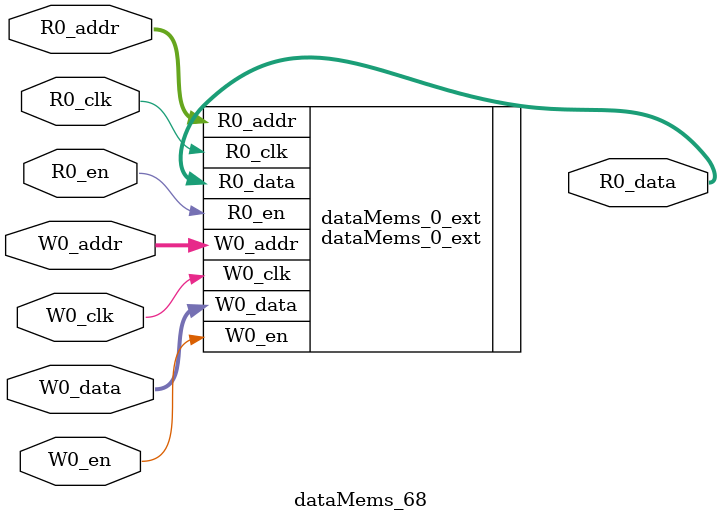
<source format=sv>
`ifndef RANDOMIZE
  `ifdef RANDOMIZE_REG_INIT
    `define RANDOMIZE
  `endif // RANDOMIZE_REG_INIT
`endif // not def RANDOMIZE
`ifndef RANDOMIZE
  `ifdef RANDOMIZE_MEM_INIT
    `define RANDOMIZE
  `endif // RANDOMIZE_MEM_INIT
`endif // not def RANDOMIZE

`ifndef RANDOM
  `define RANDOM $random
`endif // not def RANDOM

// Users can define 'PRINTF_COND' to add an extra gate to prints.
`ifndef PRINTF_COND_
  `ifdef PRINTF_COND
    `define PRINTF_COND_ (`PRINTF_COND)
  `else  // PRINTF_COND
    `define PRINTF_COND_ 1
  `endif // PRINTF_COND
`endif // not def PRINTF_COND_

// Users can define 'ASSERT_VERBOSE_COND' to add an extra gate to assert error printing.
`ifndef ASSERT_VERBOSE_COND_
  `ifdef ASSERT_VERBOSE_COND
    `define ASSERT_VERBOSE_COND_ (`ASSERT_VERBOSE_COND)
  `else  // ASSERT_VERBOSE_COND
    `define ASSERT_VERBOSE_COND_ 1
  `endif // ASSERT_VERBOSE_COND
`endif // not def ASSERT_VERBOSE_COND_

// Users can define 'STOP_COND' to add an extra gate to stop conditions.
`ifndef STOP_COND_
  `ifdef STOP_COND
    `define STOP_COND_ (`STOP_COND)
  `else  // STOP_COND
    `define STOP_COND_ 1
  `endif // STOP_COND
`endif // not def STOP_COND_

// Users can define INIT_RANDOM as general code that gets injected into the
// initializer block for modules with registers.
`ifndef INIT_RANDOM
  `define INIT_RANDOM
`endif // not def INIT_RANDOM

// If using random initialization, you can also define RANDOMIZE_DELAY to
// customize the delay used, otherwise 0.002 is used.
`ifndef RANDOMIZE_DELAY
  `define RANDOMIZE_DELAY 0.002
`endif // not def RANDOMIZE_DELAY

// Define INIT_RANDOM_PROLOG_ for use in our modules below.
`ifndef INIT_RANDOM_PROLOG_
  `ifdef RANDOMIZE
    `ifdef VERILATOR
      `define INIT_RANDOM_PROLOG_ `INIT_RANDOM
    `else  // VERILATOR
      `define INIT_RANDOM_PROLOG_ `INIT_RANDOM #`RANDOMIZE_DELAY begin end
    `endif // VERILATOR
  `else  // RANDOMIZE
    `define INIT_RANDOM_PROLOG_
  `endif // RANDOMIZE
`endif // not def INIT_RANDOM_PROLOG_

// Include register initializers in init blocks unless synthesis is set
`ifndef SYNTHESIS
  `ifndef ENABLE_INITIAL_REG_
    `define ENABLE_INITIAL_REG_
  `endif // not def ENABLE_INITIAL_REG_
`endif // not def SYNTHESIS

// Include rmemory initializers in init blocks unless synthesis is set
`ifndef SYNTHESIS
  `ifndef ENABLE_INITIAL_MEM_
    `define ENABLE_INITIAL_MEM_
  `endif // not def ENABLE_INITIAL_MEM_
`endif // not def SYNTHESIS

module dataMems_68(	// @[generators/ara/src/main/scala/UnsafeAXI4ToTL.scala:365:62]
  input  [4:0]   R0_addr,
  input          R0_en,
  input          R0_clk,
  output [130:0] R0_data,
  input  [4:0]   W0_addr,
  input          W0_en,
  input          W0_clk,
  input  [130:0] W0_data
);

  dataMems_0_ext dataMems_0_ext (	// @[generators/ara/src/main/scala/UnsafeAXI4ToTL.scala:365:62]
    .R0_addr (R0_addr),
    .R0_en   (R0_en),
    .R0_clk  (R0_clk),
    .R0_data (R0_data),
    .W0_addr (W0_addr),
    .W0_en   (W0_en),
    .W0_clk  (W0_clk),
    .W0_data (W0_data)
  );
endmodule


</source>
